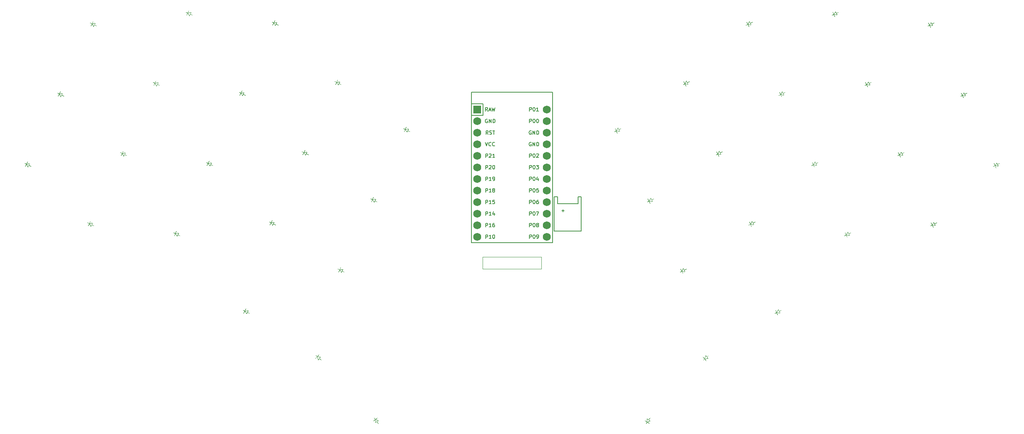
<source format=gbr>
%TF.GenerationSoftware,KiCad,Pcbnew,7.0.10*%
%TF.CreationDate,2024-01-18T08:47:23+01:00*%
%TF.ProjectId,turbo_go_2,74757262-6f5f-4676-9f5f-322e6b696361,v1.0.0*%
%TF.SameCoordinates,Original*%
%TF.FileFunction,Legend,Top*%
%TF.FilePolarity,Positive*%
%FSLAX46Y46*%
G04 Gerber Fmt 4.6, Leading zero omitted, Abs format (unit mm)*
G04 Created by KiCad (PCBNEW 7.0.10) date 2024-01-18 08:47:23*
%MOMM*%
%LPD*%
G01*
G04 APERTURE LIST*
%ADD10C,0.150000*%
%ADD11C,0.100000*%
%ADD12C,0.120000*%
%ADD13R,1.752600X1.752600*%
%ADD14C,1.752600*%
G04 APERTURE END LIST*
D10*
X163969230Y-114244052D02*
X163969230Y-113444052D01*
X163969230Y-113444052D02*
X164273992Y-113444052D01*
X164273992Y-113444052D02*
X164350182Y-113482147D01*
X164350182Y-113482147D02*
X164388277Y-113520242D01*
X164388277Y-113520242D02*
X164426373Y-113596433D01*
X164426373Y-113596433D02*
X164426373Y-113710718D01*
X164426373Y-113710718D02*
X164388277Y-113786909D01*
X164388277Y-113786909D02*
X164350182Y-113825004D01*
X164350182Y-113825004D02*
X164273992Y-113863099D01*
X164273992Y-113863099D02*
X163969230Y-113863099D01*
X164921611Y-113444052D02*
X164997801Y-113444052D01*
X164997801Y-113444052D02*
X165073992Y-113482147D01*
X165073992Y-113482147D02*
X165112087Y-113520242D01*
X165112087Y-113520242D02*
X165150182Y-113596433D01*
X165150182Y-113596433D02*
X165188277Y-113748814D01*
X165188277Y-113748814D02*
X165188277Y-113939290D01*
X165188277Y-113939290D02*
X165150182Y-114091671D01*
X165150182Y-114091671D02*
X165112087Y-114167861D01*
X165112087Y-114167861D02*
X165073992Y-114205957D01*
X165073992Y-114205957D02*
X164997801Y-114244052D01*
X164997801Y-114244052D02*
X164921611Y-114244052D01*
X164921611Y-114244052D02*
X164845420Y-114205957D01*
X164845420Y-114205957D02*
X164807325Y-114167861D01*
X164807325Y-114167861D02*
X164769230Y-114091671D01*
X164769230Y-114091671D02*
X164731134Y-113939290D01*
X164731134Y-113939290D02*
X164731134Y-113748814D01*
X164731134Y-113748814D02*
X164769230Y-113596433D01*
X164769230Y-113596433D02*
X164807325Y-113520242D01*
X164807325Y-113520242D02*
X164845420Y-113482147D01*
X164845420Y-113482147D02*
X164921611Y-113444052D01*
X165950182Y-114244052D02*
X165493039Y-114244052D01*
X165721611Y-114244052D02*
X165721611Y-113444052D01*
X165721611Y-113444052D02*
X165645420Y-113558337D01*
X165645420Y-113558337D02*
X165569230Y-113634528D01*
X165569230Y-113634528D02*
X165493039Y-113672623D01*
X154369230Y-142184052D02*
X154369230Y-141384052D01*
X154369230Y-141384052D02*
X154673992Y-141384052D01*
X154673992Y-141384052D02*
X154750182Y-141422147D01*
X154750182Y-141422147D02*
X154788277Y-141460242D01*
X154788277Y-141460242D02*
X154826373Y-141536433D01*
X154826373Y-141536433D02*
X154826373Y-141650718D01*
X154826373Y-141650718D02*
X154788277Y-141726909D01*
X154788277Y-141726909D02*
X154750182Y-141765004D01*
X154750182Y-141765004D02*
X154673992Y-141803099D01*
X154673992Y-141803099D02*
X154369230Y-141803099D01*
X155588277Y-142184052D02*
X155131134Y-142184052D01*
X155359706Y-142184052D02*
X155359706Y-141384052D01*
X155359706Y-141384052D02*
X155283515Y-141498337D01*
X155283515Y-141498337D02*
X155207325Y-141574528D01*
X155207325Y-141574528D02*
X155131134Y-141612623D01*
X156083516Y-141384052D02*
X156159706Y-141384052D01*
X156159706Y-141384052D02*
X156235897Y-141422147D01*
X156235897Y-141422147D02*
X156273992Y-141460242D01*
X156273992Y-141460242D02*
X156312087Y-141536433D01*
X156312087Y-141536433D02*
X156350182Y-141688814D01*
X156350182Y-141688814D02*
X156350182Y-141879290D01*
X156350182Y-141879290D02*
X156312087Y-142031671D01*
X156312087Y-142031671D02*
X156273992Y-142107861D01*
X156273992Y-142107861D02*
X156235897Y-142145957D01*
X156235897Y-142145957D02*
X156159706Y-142184052D01*
X156159706Y-142184052D02*
X156083516Y-142184052D01*
X156083516Y-142184052D02*
X156007325Y-142145957D01*
X156007325Y-142145957D02*
X155969230Y-142107861D01*
X155969230Y-142107861D02*
X155931135Y-142031671D01*
X155931135Y-142031671D02*
X155893039Y-141879290D01*
X155893039Y-141879290D02*
X155893039Y-141688814D01*
X155893039Y-141688814D02*
X155931135Y-141536433D01*
X155931135Y-141536433D02*
X155969230Y-141460242D01*
X155969230Y-141460242D02*
X156007325Y-141422147D01*
X156007325Y-141422147D02*
X156083516Y-141384052D01*
X154369230Y-139644052D02*
X154369230Y-138844052D01*
X154369230Y-138844052D02*
X154673992Y-138844052D01*
X154673992Y-138844052D02*
X154750182Y-138882147D01*
X154750182Y-138882147D02*
X154788277Y-138920242D01*
X154788277Y-138920242D02*
X154826373Y-138996433D01*
X154826373Y-138996433D02*
X154826373Y-139110718D01*
X154826373Y-139110718D02*
X154788277Y-139186909D01*
X154788277Y-139186909D02*
X154750182Y-139225004D01*
X154750182Y-139225004D02*
X154673992Y-139263099D01*
X154673992Y-139263099D02*
X154369230Y-139263099D01*
X155588277Y-139644052D02*
X155131134Y-139644052D01*
X155359706Y-139644052D02*
X155359706Y-138844052D01*
X155359706Y-138844052D02*
X155283515Y-138958337D01*
X155283515Y-138958337D02*
X155207325Y-139034528D01*
X155207325Y-139034528D02*
X155131134Y-139072623D01*
X156273992Y-138844052D02*
X156121611Y-138844052D01*
X156121611Y-138844052D02*
X156045420Y-138882147D01*
X156045420Y-138882147D02*
X156007325Y-138920242D01*
X156007325Y-138920242D02*
X155931135Y-139034528D01*
X155931135Y-139034528D02*
X155893039Y-139186909D01*
X155893039Y-139186909D02*
X155893039Y-139491671D01*
X155893039Y-139491671D02*
X155931135Y-139567861D01*
X155931135Y-139567861D02*
X155969230Y-139605957D01*
X155969230Y-139605957D02*
X156045420Y-139644052D01*
X156045420Y-139644052D02*
X156197801Y-139644052D01*
X156197801Y-139644052D02*
X156273992Y-139605957D01*
X156273992Y-139605957D02*
X156312087Y-139567861D01*
X156312087Y-139567861D02*
X156350182Y-139491671D01*
X156350182Y-139491671D02*
X156350182Y-139301195D01*
X156350182Y-139301195D02*
X156312087Y-139225004D01*
X156312087Y-139225004D02*
X156273992Y-139186909D01*
X156273992Y-139186909D02*
X156197801Y-139148814D01*
X156197801Y-139148814D02*
X156045420Y-139148814D01*
X156045420Y-139148814D02*
X155969230Y-139186909D01*
X155969230Y-139186909D02*
X155931135Y-139225004D01*
X155931135Y-139225004D02*
X155893039Y-139301195D01*
X154273992Y-121064052D02*
X154540659Y-121864052D01*
X154540659Y-121864052D02*
X154807325Y-121064052D01*
X155531135Y-121787861D02*
X155493039Y-121825957D01*
X155493039Y-121825957D02*
X155378754Y-121864052D01*
X155378754Y-121864052D02*
X155302563Y-121864052D01*
X155302563Y-121864052D02*
X155188277Y-121825957D01*
X155188277Y-121825957D02*
X155112087Y-121749766D01*
X155112087Y-121749766D02*
X155073992Y-121673576D01*
X155073992Y-121673576D02*
X155035896Y-121521195D01*
X155035896Y-121521195D02*
X155035896Y-121406909D01*
X155035896Y-121406909D02*
X155073992Y-121254528D01*
X155073992Y-121254528D02*
X155112087Y-121178337D01*
X155112087Y-121178337D02*
X155188277Y-121102147D01*
X155188277Y-121102147D02*
X155302563Y-121064052D01*
X155302563Y-121064052D02*
X155378754Y-121064052D01*
X155378754Y-121064052D02*
X155493039Y-121102147D01*
X155493039Y-121102147D02*
X155531135Y-121140242D01*
X156331135Y-121787861D02*
X156293039Y-121825957D01*
X156293039Y-121825957D02*
X156178754Y-121864052D01*
X156178754Y-121864052D02*
X156102563Y-121864052D01*
X156102563Y-121864052D02*
X155988277Y-121825957D01*
X155988277Y-121825957D02*
X155912087Y-121749766D01*
X155912087Y-121749766D02*
X155873992Y-121673576D01*
X155873992Y-121673576D02*
X155835896Y-121521195D01*
X155835896Y-121521195D02*
X155835896Y-121406909D01*
X155835896Y-121406909D02*
X155873992Y-121254528D01*
X155873992Y-121254528D02*
X155912087Y-121178337D01*
X155912087Y-121178337D02*
X155988277Y-121102147D01*
X155988277Y-121102147D02*
X156102563Y-121064052D01*
X156102563Y-121064052D02*
X156178754Y-121064052D01*
X156178754Y-121064052D02*
X156293039Y-121102147D01*
X156293039Y-121102147D02*
X156331135Y-121140242D01*
X154369230Y-129484052D02*
X154369230Y-128684052D01*
X154369230Y-128684052D02*
X154673992Y-128684052D01*
X154673992Y-128684052D02*
X154750182Y-128722147D01*
X154750182Y-128722147D02*
X154788277Y-128760242D01*
X154788277Y-128760242D02*
X154826373Y-128836433D01*
X154826373Y-128836433D02*
X154826373Y-128950718D01*
X154826373Y-128950718D02*
X154788277Y-129026909D01*
X154788277Y-129026909D02*
X154750182Y-129065004D01*
X154750182Y-129065004D02*
X154673992Y-129103099D01*
X154673992Y-129103099D02*
X154369230Y-129103099D01*
X155588277Y-129484052D02*
X155131134Y-129484052D01*
X155359706Y-129484052D02*
X155359706Y-128684052D01*
X155359706Y-128684052D02*
X155283515Y-128798337D01*
X155283515Y-128798337D02*
X155207325Y-128874528D01*
X155207325Y-128874528D02*
X155131134Y-128912623D01*
X155969230Y-129484052D02*
X156121611Y-129484052D01*
X156121611Y-129484052D02*
X156197801Y-129445957D01*
X156197801Y-129445957D02*
X156235897Y-129407861D01*
X156235897Y-129407861D02*
X156312087Y-129293576D01*
X156312087Y-129293576D02*
X156350182Y-129141195D01*
X156350182Y-129141195D02*
X156350182Y-128836433D01*
X156350182Y-128836433D02*
X156312087Y-128760242D01*
X156312087Y-128760242D02*
X156273992Y-128722147D01*
X156273992Y-128722147D02*
X156197801Y-128684052D01*
X156197801Y-128684052D02*
X156045420Y-128684052D01*
X156045420Y-128684052D02*
X155969230Y-128722147D01*
X155969230Y-128722147D02*
X155931135Y-128760242D01*
X155931135Y-128760242D02*
X155893039Y-128836433D01*
X155893039Y-128836433D02*
X155893039Y-129026909D01*
X155893039Y-129026909D02*
X155931135Y-129103099D01*
X155931135Y-129103099D02*
X155969230Y-129141195D01*
X155969230Y-129141195D02*
X156045420Y-129179290D01*
X156045420Y-129179290D02*
X156197801Y-129179290D01*
X156197801Y-129179290D02*
X156273992Y-129141195D01*
X156273992Y-129141195D02*
X156312087Y-129103099D01*
X156312087Y-129103099D02*
X156350182Y-129026909D01*
X163969230Y-142184052D02*
X163969230Y-141384052D01*
X163969230Y-141384052D02*
X164273992Y-141384052D01*
X164273992Y-141384052D02*
X164350182Y-141422147D01*
X164350182Y-141422147D02*
X164388277Y-141460242D01*
X164388277Y-141460242D02*
X164426373Y-141536433D01*
X164426373Y-141536433D02*
X164426373Y-141650718D01*
X164426373Y-141650718D02*
X164388277Y-141726909D01*
X164388277Y-141726909D02*
X164350182Y-141765004D01*
X164350182Y-141765004D02*
X164273992Y-141803099D01*
X164273992Y-141803099D02*
X163969230Y-141803099D01*
X164921611Y-141384052D02*
X164997801Y-141384052D01*
X164997801Y-141384052D02*
X165073992Y-141422147D01*
X165073992Y-141422147D02*
X165112087Y-141460242D01*
X165112087Y-141460242D02*
X165150182Y-141536433D01*
X165150182Y-141536433D02*
X165188277Y-141688814D01*
X165188277Y-141688814D02*
X165188277Y-141879290D01*
X165188277Y-141879290D02*
X165150182Y-142031671D01*
X165150182Y-142031671D02*
X165112087Y-142107861D01*
X165112087Y-142107861D02*
X165073992Y-142145957D01*
X165073992Y-142145957D02*
X164997801Y-142184052D01*
X164997801Y-142184052D02*
X164921611Y-142184052D01*
X164921611Y-142184052D02*
X164845420Y-142145957D01*
X164845420Y-142145957D02*
X164807325Y-142107861D01*
X164807325Y-142107861D02*
X164769230Y-142031671D01*
X164769230Y-142031671D02*
X164731134Y-141879290D01*
X164731134Y-141879290D02*
X164731134Y-141688814D01*
X164731134Y-141688814D02*
X164769230Y-141536433D01*
X164769230Y-141536433D02*
X164807325Y-141460242D01*
X164807325Y-141460242D02*
X164845420Y-141422147D01*
X164845420Y-141422147D02*
X164921611Y-141384052D01*
X165569230Y-142184052D02*
X165721611Y-142184052D01*
X165721611Y-142184052D02*
X165797801Y-142145957D01*
X165797801Y-142145957D02*
X165835897Y-142107861D01*
X165835897Y-142107861D02*
X165912087Y-141993576D01*
X165912087Y-141993576D02*
X165950182Y-141841195D01*
X165950182Y-141841195D02*
X165950182Y-141536433D01*
X165950182Y-141536433D02*
X165912087Y-141460242D01*
X165912087Y-141460242D02*
X165873992Y-141422147D01*
X165873992Y-141422147D02*
X165797801Y-141384052D01*
X165797801Y-141384052D02*
X165645420Y-141384052D01*
X165645420Y-141384052D02*
X165569230Y-141422147D01*
X165569230Y-141422147D02*
X165531135Y-141460242D01*
X165531135Y-141460242D02*
X165493039Y-141536433D01*
X165493039Y-141536433D02*
X165493039Y-141726909D01*
X165493039Y-141726909D02*
X165531135Y-141803099D01*
X165531135Y-141803099D02*
X165569230Y-141841195D01*
X165569230Y-141841195D02*
X165645420Y-141879290D01*
X165645420Y-141879290D02*
X165797801Y-141879290D01*
X165797801Y-141879290D02*
X165873992Y-141841195D01*
X165873992Y-141841195D02*
X165912087Y-141803099D01*
X165912087Y-141803099D02*
X165950182Y-141726909D01*
X163969230Y-134564052D02*
X163969230Y-133764052D01*
X163969230Y-133764052D02*
X164273992Y-133764052D01*
X164273992Y-133764052D02*
X164350182Y-133802147D01*
X164350182Y-133802147D02*
X164388277Y-133840242D01*
X164388277Y-133840242D02*
X164426373Y-133916433D01*
X164426373Y-133916433D02*
X164426373Y-134030718D01*
X164426373Y-134030718D02*
X164388277Y-134106909D01*
X164388277Y-134106909D02*
X164350182Y-134145004D01*
X164350182Y-134145004D02*
X164273992Y-134183099D01*
X164273992Y-134183099D02*
X163969230Y-134183099D01*
X164921611Y-133764052D02*
X164997801Y-133764052D01*
X164997801Y-133764052D02*
X165073992Y-133802147D01*
X165073992Y-133802147D02*
X165112087Y-133840242D01*
X165112087Y-133840242D02*
X165150182Y-133916433D01*
X165150182Y-133916433D02*
X165188277Y-134068814D01*
X165188277Y-134068814D02*
X165188277Y-134259290D01*
X165188277Y-134259290D02*
X165150182Y-134411671D01*
X165150182Y-134411671D02*
X165112087Y-134487861D01*
X165112087Y-134487861D02*
X165073992Y-134525957D01*
X165073992Y-134525957D02*
X164997801Y-134564052D01*
X164997801Y-134564052D02*
X164921611Y-134564052D01*
X164921611Y-134564052D02*
X164845420Y-134525957D01*
X164845420Y-134525957D02*
X164807325Y-134487861D01*
X164807325Y-134487861D02*
X164769230Y-134411671D01*
X164769230Y-134411671D02*
X164731134Y-134259290D01*
X164731134Y-134259290D02*
X164731134Y-134068814D01*
X164731134Y-134068814D02*
X164769230Y-133916433D01*
X164769230Y-133916433D02*
X164807325Y-133840242D01*
X164807325Y-133840242D02*
X164845420Y-133802147D01*
X164845420Y-133802147D02*
X164921611Y-133764052D01*
X165873992Y-133764052D02*
X165721611Y-133764052D01*
X165721611Y-133764052D02*
X165645420Y-133802147D01*
X165645420Y-133802147D02*
X165607325Y-133840242D01*
X165607325Y-133840242D02*
X165531135Y-133954528D01*
X165531135Y-133954528D02*
X165493039Y-134106909D01*
X165493039Y-134106909D02*
X165493039Y-134411671D01*
X165493039Y-134411671D02*
X165531135Y-134487861D01*
X165531135Y-134487861D02*
X165569230Y-134525957D01*
X165569230Y-134525957D02*
X165645420Y-134564052D01*
X165645420Y-134564052D02*
X165797801Y-134564052D01*
X165797801Y-134564052D02*
X165873992Y-134525957D01*
X165873992Y-134525957D02*
X165912087Y-134487861D01*
X165912087Y-134487861D02*
X165950182Y-134411671D01*
X165950182Y-134411671D02*
X165950182Y-134221195D01*
X165950182Y-134221195D02*
X165912087Y-134145004D01*
X165912087Y-134145004D02*
X165873992Y-134106909D01*
X165873992Y-134106909D02*
X165797801Y-134068814D01*
X165797801Y-134068814D02*
X165645420Y-134068814D01*
X165645420Y-134068814D02*
X165569230Y-134106909D01*
X165569230Y-134106909D02*
X165531135Y-134145004D01*
X165531135Y-134145004D02*
X165493039Y-134221195D01*
X154902564Y-119324052D02*
X154635897Y-118943099D01*
X154445421Y-119324052D02*
X154445421Y-118524052D01*
X154445421Y-118524052D02*
X154750183Y-118524052D01*
X154750183Y-118524052D02*
X154826373Y-118562147D01*
X154826373Y-118562147D02*
X154864468Y-118600242D01*
X154864468Y-118600242D02*
X154902564Y-118676433D01*
X154902564Y-118676433D02*
X154902564Y-118790718D01*
X154902564Y-118790718D02*
X154864468Y-118866909D01*
X154864468Y-118866909D02*
X154826373Y-118905004D01*
X154826373Y-118905004D02*
X154750183Y-118943099D01*
X154750183Y-118943099D02*
X154445421Y-118943099D01*
X155207325Y-119285957D02*
X155321611Y-119324052D01*
X155321611Y-119324052D02*
X155512087Y-119324052D01*
X155512087Y-119324052D02*
X155588278Y-119285957D01*
X155588278Y-119285957D02*
X155626373Y-119247861D01*
X155626373Y-119247861D02*
X155664468Y-119171671D01*
X155664468Y-119171671D02*
X155664468Y-119095480D01*
X155664468Y-119095480D02*
X155626373Y-119019290D01*
X155626373Y-119019290D02*
X155588278Y-118981195D01*
X155588278Y-118981195D02*
X155512087Y-118943099D01*
X155512087Y-118943099D02*
X155359706Y-118905004D01*
X155359706Y-118905004D02*
X155283516Y-118866909D01*
X155283516Y-118866909D02*
X155245421Y-118828814D01*
X155245421Y-118828814D02*
X155207325Y-118752623D01*
X155207325Y-118752623D02*
X155207325Y-118676433D01*
X155207325Y-118676433D02*
X155245421Y-118600242D01*
X155245421Y-118600242D02*
X155283516Y-118562147D01*
X155283516Y-118562147D02*
X155359706Y-118524052D01*
X155359706Y-118524052D02*
X155550183Y-118524052D01*
X155550183Y-118524052D02*
X155664468Y-118562147D01*
X155893040Y-118524052D02*
X156350183Y-118524052D01*
X156121611Y-119324052D02*
X156121611Y-118524052D01*
X163969230Y-126944052D02*
X163969230Y-126144052D01*
X163969230Y-126144052D02*
X164273992Y-126144052D01*
X164273992Y-126144052D02*
X164350182Y-126182147D01*
X164350182Y-126182147D02*
X164388277Y-126220242D01*
X164388277Y-126220242D02*
X164426373Y-126296433D01*
X164426373Y-126296433D02*
X164426373Y-126410718D01*
X164426373Y-126410718D02*
X164388277Y-126486909D01*
X164388277Y-126486909D02*
X164350182Y-126525004D01*
X164350182Y-126525004D02*
X164273992Y-126563099D01*
X164273992Y-126563099D02*
X163969230Y-126563099D01*
X164921611Y-126144052D02*
X164997801Y-126144052D01*
X164997801Y-126144052D02*
X165073992Y-126182147D01*
X165073992Y-126182147D02*
X165112087Y-126220242D01*
X165112087Y-126220242D02*
X165150182Y-126296433D01*
X165150182Y-126296433D02*
X165188277Y-126448814D01*
X165188277Y-126448814D02*
X165188277Y-126639290D01*
X165188277Y-126639290D02*
X165150182Y-126791671D01*
X165150182Y-126791671D02*
X165112087Y-126867861D01*
X165112087Y-126867861D02*
X165073992Y-126905957D01*
X165073992Y-126905957D02*
X164997801Y-126944052D01*
X164997801Y-126944052D02*
X164921611Y-126944052D01*
X164921611Y-126944052D02*
X164845420Y-126905957D01*
X164845420Y-126905957D02*
X164807325Y-126867861D01*
X164807325Y-126867861D02*
X164769230Y-126791671D01*
X164769230Y-126791671D02*
X164731134Y-126639290D01*
X164731134Y-126639290D02*
X164731134Y-126448814D01*
X164731134Y-126448814D02*
X164769230Y-126296433D01*
X164769230Y-126296433D02*
X164807325Y-126220242D01*
X164807325Y-126220242D02*
X164845420Y-126182147D01*
X164845420Y-126182147D02*
X164921611Y-126144052D01*
X165454944Y-126144052D02*
X165950182Y-126144052D01*
X165950182Y-126144052D02*
X165683516Y-126448814D01*
X165683516Y-126448814D02*
X165797801Y-126448814D01*
X165797801Y-126448814D02*
X165873992Y-126486909D01*
X165873992Y-126486909D02*
X165912087Y-126525004D01*
X165912087Y-126525004D02*
X165950182Y-126601195D01*
X165950182Y-126601195D02*
X165950182Y-126791671D01*
X165950182Y-126791671D02*
X165912087Y-126867861D01*
X165912087Y-126867861D02*
X165873992Y-126905957D01*
X165873992Y-126905957D02*
X165797801Y-126944052D01*
X165797801Y-126944052D02*
X165569230Y-126944052D01*
X165569230Y-126944052D02*
X165493039Y-126905957D01*
X165493039Y-126905957D02*
X165454944Y-126867861D01*
X164331135Y-118562147D02*
X164254945Y-118524052D01*
X164254945Y-118524052D02*
X164140659Y-118524052D01*
X164140659Y-118524052D02*
X164026373Y-118562147D01*
X164026373Y-118562147D02*
X163950183Y-118638337D01*
X163950183Y-118638337D02*
X163912088Y-118714528D01*
X163912088Y-118714528D02*
X163873992Y-118866909D01*
X163873992Y-118866909D02*
X163873992Y-118981195D01*
X163873992Y-118981195D02*
X163912088Y-119133576D01*
X163912088Y-119133576D02*
X163950183Y-119209766D01*
X163950183Y-119209766D02*
X164026373Y-119285957D01*
X164026373Y-119285957D02*
X164140659Y-119324052D01*
X164140659Y-119324052D02*
X164216850Y-119324052D01*
X164216850Y-119324052D02*
X164331135Y-119285957D01*
X164331135Y-119285957D02*
X164369231Y-119247861D01*
X164369231Y-119247861D02*
X164369231Y-118981195D01*
X164369231Y-118981195D02*
X164216850Y-118981195D01*
X164712088Y-119324052D02*
X164712088Y-118524052D01*
X164712088Y-118524052D02*
X165169231Y-119324052D01*
X165169231Y-119324052D02*
X165169231Y-118524052D01*
X165550183Y-119324052D02*
X165550183Y-118524052D01*
X165550183Y-118524052D02*
X165740659Y-118524052D01*
X165740659Y-118524052D02*
X165854945Y-118562147D01*
X165854945Y-118562147D02*
X165931135Y-118638337D01*
X165931135Y-118638337D02*
X165969230Y-118714528D01*
X165969230Y-118714528D02*
X166007326Y-118866909D01*
X166007326Y-118866909D02*
X166007326Y-118981195D01*
X166007326Y-118981195D02*
X165969230Y-119133576D01*
X165969230Y-119133576D02*
X165931135Y-119209766D01*
X165931135Y-119209766D02*
X165854945Y-119285957D01*
X165854945Y-119285957D02*
X165740659Y-119324052D01*
X165740659Y-119324052D02*
X165550183Y-119324052D01*
X154369230Y-137104052D02*
X154369230Y-136304052D01*
X154369230Y-136304052D02*
X154673992Y-136304052D01*
X154673992Y-136304052D02*
X154750182Y-136342147D01*
X154750182Y-136342147D02*
X154788277Y-136380242D01*
X154788277Y-136380242D02*
X154826373Y-136456433D01*
X154826373Y-136456433D02*
X154826373Y-136570718D01*
X154826373Y-136570718D02*
X154788277Y-136646909D01*
X154788277Y-136646909D02*
X154750182Y-136685004D01*
X154750182Y-136685004D02*
X154673992Y-136723099D01*
X154673992Y-136723099D02*
X154369230Y-136723099D01*
X155588277Y-137104052D02*
X155131134Y-137104052D01*
X155359706Y-137104052D02*
X155359706Y-136304052D01*
X155359706Y-136304052D02*
X155283515Y-136418337D01*
X155283515Y-136418337D02*
X155207325Y-136494528D01*
X155207325Y-136494528D02*
X155131134Y-136532623D01*
X156273992Y-136570718D02*
X156273992Y-137104052D01*
X156083516Y-136265957D02*
X155893039Y-136837385D01*
X155893039Y-136837385D02*
X156388278Y-136837385D01*
X154788278Y-114244052D02*
X154521611Y-113863099D01*
X154331135Y-114244052D02*
X154331135Y-113444052D01*
X154331135Y-113444052D02*
X154635897Y-113444052D01*
X154635897Y-113444052D02*
X154712087Y-113482147D01*
X154712087Y-113482147D02*
X154750182Y-113520242D01*
X154750182Y-113520242D02*
X154788278Y-113596433D01*
X154788278Y-113596433D02*
X154788278Y-113710718D01*
X154788278Y-113710718D02*
X154750182Y-113786909D01*
X154750182Y-113786909D02*
X154712087Y-113825004D01*
X154712087Y-113825004D02*
X154635897Y-113863099D01*
X154635897Y-113863099D02*
X154331135Y-113863099D01*
X155093039Y-114015480D02*
X155473992Y-114015480D01*
X155016849Y-114244052D02*
X155283516Y-113444052D01*
X155283516Y-113444052D02*
X155550182Y-114244052D01*
X155740658Y-113444052D02*
X155931134Y-114244052D01*
X155931134Y-114244052D02*
X156083515Y-113672623D01*
X156083515Y-113672623D02*
X156235896Y-114244052D01*
X156235896Y-114244052D02*
X156426373Y-113444052D01*
X163969230Y-139644052D02*
X163969230Y-138844052D01*
X163969230Y-138844052D02*
X164273992Y-138844052D01*
X164273992Y-138844052D02*
X164350182Y-138882147D01*
X164350182Y-138882147D02*
X164388277Y-138920242D01*
X164388277Y-138920242D02*
X164426373Y-138996433D01*
X164426373Y-138996433D02*
X164426373Y-139110718D01*
X164426373Y-139110718D02*
X164388277Y-139186909D01*
X164388277Y-139186909D02*
X164350182Y-139225004D01*
X164350182Y-139225004D02*
X164273992Y-139263099D01*
X164273992Y-139263099D02*
X163969230Y-139263099D01*
X164921611Y-138844052D02*
X164997801Y-138844052D01*
X164997801Y-138844052D02*
X165073992Y-138882147D01*
X165073992Y-138882147D02*
X165112087Y-138920242D01*
X165112087Y-138920242D02*
X165150182Y-138996433D01*
X165150182Y-138996433D02*
X165188277Y-139148814D01*
X165188277Y-139148814D02*
X165188277Y-139339290D01*
X165188277Y-139339290D02*
X165150182Y-139491671D01*
X165150182Y-139491671D02*
X165112087Y-139567861D01*
X165112087Y-139567861D02*
X165073992Y-139605957D01*
X165073992Y-139605957D02*
X164997801Y-139644052D01*
X164997801Y-139644052D02*
X164921611Y-139644052D01*
X164921611Y-139644052D02*
X164845420Y-139605957D01*
X164845420Y-139605957D02*
X164807325Y-139567861D01*
X164807325Y-139567861D02*
X164769230Y-139491671D01*
X164769230Y-139491671D02*
X164731134Y-139339290D01*
X164731134Y-139339290D02*
X164731134Y-139148814D01*
X164731134Y-139148814D02*
X164769230Y-138996433D01*
X164769230Y-138996433D02*
X164807325Y-138920242D01*
X164807325Y-138920242D02*
X164845420Y-138882147D01*
X164845420Y-138882147D02*
X164921611Y-138844052D01*
X165645420Y-139186909D02*
X165569230Y-139148814D01*
X165569230Y-139148814D02*
X165531135Y-139110718D01*
X165531135Y-139110718D02*
X165493039Y-139034528D01*
X165493039Y-139034528D02*
X165493039Y-138996433D01*
X165493039Y-138996433D02*
X165531135Y-138920242D01*
X165531135Y-138920242D02*
X165569230Y-138882147D01*
X165569230Y-138882147D02*
X165645420Y-138844052D01*
X165645420Y-138844052D02*
X165797801Y-138844052D01*
X165797801Y-138844052D02*
X165873992Y-138882147D01*
X165873992Y-138882147D02*
X165912087Y-138920242D01*
X165912087Y-138920242D02*
X165950182Y-138996433D01*
X165950182Y-138996433D02*
X165950182Y-139034528D01*
X165950182Y-139034528D02*
X165912087Y-139110718D01*
X165912087Y-139110718D02*
X165873992Y-139148814D01*
X165873992Y-139148814D02*
X165797801Y-139186909D01*
X165797801Y-139186909D02*
X165645420Y-139186909D01*
X165645420Y-139186909D02*
X165569230Y-139225004D01*
X165569230Y-139225004D02*
X165531135Y-139263099D01*
X165531135Y-139263099D02*
X165493039Y-139339290D01*
X165493039Y-139339290D02*
X165493039Y-139491671D01*
X165493039Y-139491671D02*
X165531135Y-139567861D01*
X165531135Y-139567861D02*
X165569230Y-139605957D01*
X165569230Y-139605957D02*
X165645420Y-139644052D01*
X165645420Y-139644052D02*
X165797801Y-139644052D01*
X165797801Y-139644052D02*
X165873992Y-139605957D01*
X165873992Y-139605957D02*
X165912087Y-139567861D01*
X165912087Y-139567861D02*
X165950182Y-139491671D01*
X165950182Y-139491671D02*
X165950182Y-139339290D01*
X165950182Y-139339290D02*
X165912087Y-139263099D01*
X165912087Y-139263099D02*
X165873992Y-139225004D01*
X165873992Y-139225004D02*
X165797801Y-139186909D01*
X163969230Y-124404052D02*
X163969230Y-123604052D01*
X163969230Y-123604052D02*
X164273992Y-123604052D01*
X164273992Y-123604052D02*
X164350182Y-123642147D01*
X164350182Y-123642147D02*
X164388277Y-123680242D01*
X164388277Y-123680242D02*
X164426373Y-123756433D01*
X164426373Y-123756433D02*
X164426373Y-123870718D01*
X164426373Y-123870718D02*
X164388277Y-123946909D01*
X164388277Y-123946909D02*
X164350182Y-123985004D01*
X164350182Y-123985004D02*
X164273992Y-124023099D01*
X164273992Y-124023099D02*
X163969230Y-124023099D01*
X164921611Y-123604052D02*
X164997801Y-123604052D01*
X164997801Y-123604052D02*
X165073992Y-123642147D01*
X165073992Y-123642147D02*
X165112087Y-123680242D01*
X165112087Y-123680242D02*
X165150182Y-123756433D01*
X165150182Y-123756433D02*
X165188277Y-123908814D01*
X165188277Y-123908814D02*
X165188277Y-124099290D01*
X165188277Y-124099290D02*
X165150182Y-124251671D01*
X165150182Y-124251671D02*
X165112087Y-124327861D01*
X165112087Y-124327861D02*
X165073992Y-124365957D01*
X165073992Y-124365957D02*
X164997801Y-124404052D01*
X164997801Y-124404052D02*
X164921611Y-124404052D01*
X164921611Y-124404052D02*
X164845420Y-124365957D01*
X164845420Y-124365957D02*
X164807325Y-124327861D01*
X164807325Y-124327861D02*
X164769230Y-124251671D01*
X164769230Y-124251671D02*
X164731134Y-124099290D01*
X164731134Y-124099290D02*
X164731134Y-123908814D01*
X164731134Y-123908814D02*
X164769230Y-123756433D01*
X164769230Y-123756433D02*
X164807325Y-123680242D01*
X164807325Y-123680242D02*
X164845420Y-123642147D01*
X164845420Y-123642147D02*
X164921611Y-123604052D01*
X165493039Y-123680242D02*
X165531135Y-123642147D01*
X165531135Y-123642147D02*
X165607325Y-123604052D01*
X165607325Y-123604052D02*
X165797801Y-123604052D01*
X165797801Y-123604052D02*
X165873992Y-123642147D01*
X165873992Y-123642147D02*
X165912087Y-123680242D01*
X165912087Y-123680242D02*
X165950182Y-123756433D01*
X165950182Y-123756433D02*
X165950182Y-123832623D01*
X165950182Y-123832623D02*
X165912087Y-123946909D01*
X165912087Y-123946909D02*
X165454944Y-124404052D01*
X165454944Y-124404052D02*
X165950182Y-124404052D01*
X154369230Y-126944052D02*
X154369230Y-126144052D01*
X154369230Y-126144052D02*
X154673992Y-126144052D01*
X154673992Y-126144052D02*
X154750182Y-126182147D01*
X154750182Y-126182147D02*
X154788277Y-126220242D01*
X154788277Y-126220242D02*
X154826373Y-126296433D01*
X154826373Y-126296433D02*
X154826373Y-126410718D01*
X154826373Y-126410718D02*
X154788277Y-126486909D01*
X154788277Y-126486909D02*
X154750182Y-126525004D01*
X154750182Y-126525004D02*
X154673992Y-126563099D01*
X154673992Y-126563099D02*
X154369230Y-126563099D01*
X155131134Y-126220242D02*
X155169230Y-126182147D01*
X155169230Y-126182147D02*
X155245420Y-126144052D01*
X155245420Y-126144052D02*
X155435896Y-126144052D01*
X155435896Y-126144052D02*
X155512087Y-126182147D01*
X155512087Y-126182147D02*
X155550182Y-126220242D01*
X155550182Y-126220242D02*
X155588277Y-126296433D01*
X155588277Y-126296433D02*
X155588277Y-126372623D01*
X155588277Y-126372623D02*
X155550182Y-126486909D01*
X155550182Y-126486909D02*
X155093039Y-126944052D01*
X155093039Y-126944052D02*
X155588277Y-126944052D01*
X156083516Y-126144052D02*
X156159706Y-126144052D01*
X156159706Y-126144052D02*
X156235897Y-126182147D01*
X156235897Y-126182147D02*
X156273992Y-126220242D01*
X156273992Y-126220242D02*
X156312087Y-126296433D01*
X156312087Y-126296433D02*
X156350182Y-126448814D01*
X156350182Y-126448814D02*
X156350182Y-126639290D01*
X156350182Y-126639290D02*
X156312087Y-126791671D01*
X156312087Y-126791671D02*
X156273992Y-126867861D01*
X156273992Y-126867861D02*
X156235897Y-126905957D01*
X156235897Y-126905957D02*
X156159706Y-126944052D01*
X156159706Y-126944052D02*
X156083516Y-126944052D01*
X156083516Y-126944052D02*
X156007325Y-126905957D01*
X156007325Y-126905957D02*
X155969230Y-126867861D01*
X155969230Y-126867861D02*
X155931135Y-126791671D01*
X155931135Y-126791671D02*
X155893039Y-126639290D01*
X155893039Y-126639290D02*
X155893039Y-126448814D01*
X155893039Y-126448814D02*
X155931135Y-126296433D01*
X155931135Y-126296433D02*
X155969230Y-126220242D01*
X155969230Y-126220242D02*
X156007325Y-126182147D01*
X156007325Y-126182147D02*
X156083516Y-126144052D01*
X154369230Y-124404052D02*
X154369230Y-123604052D01*
X154369230Y-123604052D02*
X154673992Y-123604052D01*
X154673992Y-123604052D02*
X154750182Y-123642147D01*
X154750182Y-123642147D02*
X154788277Y-123680242D01*
X154788277Y-123680242D02*
X154826373Y-123756433D01*
X154826373Y-123756433D02*
X154826373Y-123870718D01*
X154826373Y-123870718D02*
X154788277Y-123946909D01*
X154788277Y-123946909D02*
X154750182Y-123985004D01*
X154750182Y-123985004D02*
X154673992Y-124023099D01*
X154673992Y-124023099D02*
X154369230Y-124023099D01*
X155131134Y-123680242D02*
X155169230Y-123642147D01*
X155169230Y-123642147D02*
X155245420Y-123604052D01*
X155245420Y-123604052D02*
X155435896Y-123604052D01*
X155435896Y-123604052D02*
X155512087Y-123642147D01*
X155512087Y-123642147D02*
X155550182Y-123680242D01*
X155550182Y-123680242D02*
X155588277Y-123756433D01*
X155588277Y-123756433D02*
X155588277Y-123832623D01*
X155588277Y-123832623D02*
X155550182Y-123946909D01*
X155550182Y-123946909D02*
X155093039Y-124404052D01*
X155093039Y-124404052D02*
X155588277Y-124404052D01*
X156350182Y-124404052D02*
X155893039Y-124404052D01*
X156121611Y-124404052D02*
X156121611Y-123604052D01*
X156121611Y-123604052D02*
X156045420Y-123718337D01*
X156045420Y-123718337D02*
X155969230Y-123794528D01*
X155969230Y-123794528D02*
X155893039Y-123832623D01*
X163969230Y-116784052D02*
X163969230Y-115984052D01*
X163969230Y-115984052D02*
X164273992Y-115984052D01*
X164273992Y-115984052D02*
X164350182Y-116022147D01*
X164350182Y-116022147D02*
X164388277Y-116060242D01*
X164388277Y-116060242D02*
X164426373Y-116136433D01*
X164426373Y-116136433D02*
X164426373Y-116250718D01*
X164426373Y-116250718D02*
X164388277Y-116326909D01*
X164388277Y-116326909D02*
X164350182Y-116365004D01*
X164350182Y-116365004D02*
X164273992Y-116403099D01*
X164273992Y-116403099D02*
X163969230Y-116403099D01*
X164921611Y-115984052D02*
X164997801Y-115984052D01*
X164997801Y-115984052D02*
X165073992Y-116022147D01*
X165073992Y-116022147D02*
X165112087Y-116060242D01*
X165112087Y-116060242D02*
X165150182Y-116136433D01*
X165150182Y-116136433D02*
X165188277Y-116288814D01*
X165188277Y-116288814D02*
X165188277Y-116479290D01*
X165188277Y-116479290D02*
X165150182Y-116631671D01*
X165150182Y-116631671D02*
X165112087Y-116707861D01*
X165112087Y-116707861D02*
X165073992Y-116745957D01*
X165073992Y-116745957D02*
X164997801Y-116784052D01*
X164997801Y-116784052D02*
X164921611Y-116784052D01*
X164921611Y-116784052D02*
X164845420Y-116745957D01*
X164845420Y-116745957D02*
X164807325Y-116707861D01*
X164807325Y-116707861D02*
X164769230Y-116631671D01*
X164769230Y-116631671D02*
X164731134Y-116479290D01*
X164731134Y-116479290D02*
X164731134Y-116288814D01*
X164731134Y-116288814D02*
X164769230Y-116136433D01*
X164769230Y-116136433D02*
X164807325Y-116060242D01*
X164807325Y-116060242D02*
X164845420Y-116022147D01*
X164845420Y-116022147D02*
X164921611Y-115984052D01*
X165683516Y-115984052D02*
X165759706Y-115984052D01*
X165759706Y-115984052D02*
X165835897Y-116022147D01*
X165835897Y-116022147D02*
X165873992Y-116060242D01*
X165873992Y-116060242D02*
X165912087Y-116136433D01*
X165912087Y-116136433D02*
X165950182Y-116288814D01*
X165950182Y-116288814D02*
X165950182Y-116479290D01*
X165950182Y-116479290D02*
X165912087Y-116631671D01*
X165912087Y-116631671D02*
X165873992Y-116707861D01*
X165873992Y-116707861D02*
X165835897Y-116745957D01*
X165835897Y-116745957D02*
X165759706Y-116784052D01*
X165759706Y-116784052D02*
X165683516Y-116784052D01*
X165683516Y-116784052D02*
X165607325Y-116745957D01*
X165607325Y-116745957D02*
X165569230Y-116707861D01*
X165569230Y-116707861D02*
X165531135Y-116631671D01*
X165531135Y-116631671D02*
X165493039Y-116479290D01*
X165493039Y-116479290D02*
X165493039Y-116288814D01*
X165493039Y-116288814D02*
X165531135Y-116136433D01*
X165531135Y-116136433D02*
X165569230Y-116060242D01*
X165569230Y-116060242D02*
X165607325Y-116022147D01*
X165607325Y-116022147D02*
X165683516Y-115984052D01*
X163969230Y-129484052D02*
X163969230Y-128684052D01*
X163969230Y-128684052D02*
X164273992Y-128684052D01*
X164273992Y-128684052D02*
X164350182Y-128722147D01*
X164350182Y-128722147D02*
X164388277Y-128760242D01*
X164388277Y-128760242D02*
X164426373Y-128836433D01*
X164426373Y-128836433D02*
X164426373Y-128950718D01*
X164426373Y-128950718D02*
X164388277Y-129026909D01*
X164388277Y-129026909D02*
X164350182Y-129065004D01*
X164350182Y-129065004D02*
X164273992Y-129103099D01*
X164273992Y-129103099D02*
X163969230Y-129103099D01*
X164921611Y-128684052D02*
X164997801Y-128684052D01*
X164997801Y-128684052D02*
X165073992Y-128722147D01*
X165073992Y-128722147D02*
X165112087Y-128760242D01*
X165112087Y-128760242D02*
X165150182Y-128836433D01*
X165150182Y-128836433D02*
X165188277Y-128988814D01*
X165188277Y-128988814D02*
X165188277Y-129179290D01*
X165188277Y-129179290D02*
X165150182Y-129331671D01*
X165150182Y-129331671D02*
X165112087Y-129407861D01*
X165112087Y-129407861D02*
X165073992Y-129445957D01*
X165073992Y-129445957D02*
X164997801Y-129484052D01*
X164997801Y-129484052D02*
X164921611Y-129484052D01*
X164921611Y-129484052D02*
X164845420Y-129445957D01*
X164845420Y-129445957D02*
X164807325Y-129407861D01*
X164807325Y-129407861D02*
X164769230Y-129331671D01*
X164769230Y-129331671D02*
X164731134Y-129179290D01*
X164731134Y-129179290D02*
X164731134Y-128988814D01*
X164731134Y-128988814D02*
X164769230Y-128836433D01*
X164769230Y-128836433D02*
X164807325Y-128760242D01*
X164807325Y-128760242D02*
X164845420Y-128722147D01*
X164845420Y-128722147D02*
X164921611Y-128684052D01*
X165873992Y-128950718D02*
X165873992Y-129484052D01*
X165683516Y-128645957D02*
X165493039Y-129217385D01*
X165493039Y-129217385D02*
X165988278Y-129217385D01*
X154731135Y-116022147D02*
X154654945Y-115984052D01*
X154654945Y-115984052D02*
X154540659Y-115984052D01*
X154540659Y-115984052D02*
X154426373Y-116022147D01*
X154426373Y-116022147D02*
X154350183Y-116098337D01*
X154350183Y-116098337D02*
X154312088Y-116174528D01*
X154312088Y-116174528D02*
X154273992Y-116326909D01*
X154273992Y-116326909D02*
X154273992Y-116441195D01*
X154273992Y-116441195D02*
X154312088Y-116593576D01*
X154312088Y-116593576D02*
X154350183Y-116669766D01*
X154350183Y-116669766D02*
X154426373Y-116745957D01*
X154426373Y-116745957D02*
X154540659Y-116784052D01*
X154540659Y-116784052D02*
X154616850Y-116784052D01*
X154616850Y-116784052D02*
X154731135Y-116745957D01*
X154731135Y-116745957D02*
X154769231Y-116707861D01*
X154769231Y-116707861D02*
X154769231Y-116441195D01*
X154769231Y-116441195D02*
X154616850Y-116441195D01*
X155112088Y-116784052D02*
X155112088Y-115984052D01*
X155112088Y-115984052D02*
X155569231Y-116784052D01*
X155569231Y-116784052D02*
X155569231Y-115984052D01*
X155950183Y-116784052D02*
X155950183Y-115984052D01*
X155950183Y-115984052D02*
X156140659Y-115984052D01*
X156140659Y-115984052D02*
X156254945Y-116022147D01*
X156254945Y-116022147D02*
X156331135Y-116098337D01*
X156331135Y-116098337D02*
X156369230Y-116174528D01*
X156369230Y-116174528D02*
X156407326Y-116326909D01*
X156407326Y-116326909D02*
X156407326Y-116441195D01*
X156407326Y-116441195D02*
X156369230Y-116593576D01*
X156369230Y-116593576D02*
X156331135Y-116669766D01*
X156331135Y-116669766D02*
X156254945Y-116745957D01*
X156254945Y-116745957D02*
X156140659Y-116784052D01*
X156140659Y-116784052D02*
X155950183Y-116784052D01*
X163969230Y-137104052D02*
X163969230Y-136304052D01*
X163969230Y-136304052D02*
X164273992Y-136304052D01*
X164273992Y-136304052D02*
X164350182Y-136342147D01*
X164350182Y-136342147D02*
X164388277Y-136380242D01*
X164388277Y-136380242D02*
X164426373Y-136456433D01*
X164426373Y-136456433D02*
X164426373Y-136570718D01*
X164426373Y-136570718D02*
X164388277Y-136646909D01*
X164388277Y-136646909D02*
X164350182Y-136685004D01*
X164350182Y-136685004D02*
X164273992Y-136723099D01*
X164273992Y-136723099D02*
X163969230Y-136723099D01*
X164921611Y-136304052D02*
X164997801Y-136304052D01*
X164997801Y-136304052D02*
X165073992Y-136342147D01*
X165073992Y-136342147D02*
X165112087Y-136380242D01*
X165112087Y-136380242D02*
X165150182Y-136456433D01*
X165150182Y-136456433D02*
X165188277Y-136608814D01*
X165188277Y-136608814D02*
X165188277Y-136799290D01*
X165188277Y-136799290D02*
X165150182Y-136951671D01*
X165150182Y-136951671D02*
X165112087Y-137027861D01*
X165112087Y-137027861D02*
X165073992Y-137065957D01*
X165073992Y-137065957D02*
X164997801Y-137104052D01*
X164997801Y-137104052D02*
X164921611Y-137104052D01*
X164921611Y-137104052D02*
X164845420Y-137065957D01*
X164845420Y-137065957D02*
X164807325Y-137027861D01*
X164807325Y-137027861D02*
X164769230Y-136951671D01*
X164769230Y-136951671D02*
X164731134Y-136799290D01*
X164731134Y-136799290D02*
X164731134Y-136608814D01*
X164731134Y-136608814D02*
X164769230Y-136456433D01*
X164769230Y-136456433D02*
X164807325Y-136380242D01*
X164807325Y-136380242D02*
X164845420Y-136342147D01*
X164845420Y-136342147D02*
X164921611Y-136304052D01*
X165454944Y-136304052D02*
X165988278Y-136304052D01*
X165988278Y-136304052D02*
X165645420Y-137104052D01*
X154369230Y-132024052D02*
X154369230Y-131224052D01*
X154369230Y-131224052D02*
X154673992Y-131224052D01*
X154673992Y-131224052D02*
X154750182Y-131262147D01*
X154750182Y-131262147D02*
X154788277Y-131300242D01*
X154788277Y-131300242D02*
X154826373Y-131376433D01*
X154826373Y-131376433D02*
X154826373Y-131490718D01*
X154826373Y-131490718D02*
X154788277Y-131566909D01*
X154788277Y-131566909D02*
X154750182Y-131605004D01*
X154750182Y-131605004D02*
X154673992Y-131643099D01*
X154673992Y-131643099D02*
X154369230Y-131643099D01*
X155588277Y-132024052D02*
X155131134Y-132024052D01*
X155359706Y-132024052D02*
X155359706Y-131224052D01*
X155359706Y-131224052D02*
X155283515Y-131338337D01*
X155283515Y-131338337D02*
X155207325Y-131414528D01*
X155207325Y-131414528D02*
X155131134Y-131452623D01*
X156045420Y-131566909D02*
X155969230Y-131528814D01*
X155969230Y-131528814D02*
X155931135Y-131490718D01*
X155931135Y-131490718D02*
X155893039Y-131414528D01*
X155893039Y-131414528D02*
X155893039Y-131376433D01*
X155893039Y-131376433D02*
X155931135Y-131300242D01*
X155931135Y-131300242D02*
X155969230Y-131262147D01*
X155969230Y-131262147D02*
X156045420Y-131224052D01*
X156045420Y-131224052D02*
X156197801Y-131224052D01*
X156197801Y-131224052D02*
X156273992Y-131262147D01*
X156273992Y-131262147D02*
X156312087Y-131300242D01*
X156312087Y-131300242D02*
X156350182Y-131376433D01*
X156350182Y-131376433D02*
X156350182Y-131414528D01*
X156350182Y-131414528D02*
X156312087Y-131490718D01*
X156312087Y-131490718D02*
X156273992Y-131528814D01*
X156273992Y-131528814D02*
X156197801Y-131566909D01*
X156197801Y-131566909D02*
X156045420Y-131566909D01*
X156045420Y-131566909D02*
X155969230Y-131605004D01*
X155969230Y-131605004D02*
X155931135Y-131643099D01*
X155931135Y-131643099D02*
X155893039Y-131719290D01*
X155893039Y-131719290D02*
X155893039Y-131871671D01*
X155893039Y-131871671D02*
X155931135Y-131947861D01*
X155931135Y-131947861D02*
X155969230Y-131985957D01*
X155969230Y-131985957D02*
X156045420Y-132024052D01*
X156045420Y-132024052D02*
X156197801Y-132024052D01*
X156197801Y-132024052D02*
X156273992Y-131985957D01*
X156273992Y-131985957D02*
X156312087Y-131947861D01*
X156312087Y-131947861D02*
X156350182Y-131871671D01*
X156350182Y-131871671D02*
X156350182Y-131719290D01*
X156350182Y-131719290D02*
X156312087Y-131643099D01*
X156312087Y-131643099D02*
X156273992Y-131605004D01*
X156273992Y-131605004D02*
X156197801Y-131566909D01*
X154369230Y-134564052D02*
X154369230Y-133764052D01*
X154369230Y-133764052D02*
X154673992Y-133764052D01*
X154673992Y-133764052D02*
X154750182Y-133802147D01*
X154750182Y-133802147D02*
X154788277Y-133840242D01*
X154788277Y-133840242D02*
X154826373Y-133916433D01*
X154826373Y-133916433D02*
X154826373Y-134030718D01*
X154826373Y-134030718D02*
X154788277Y-134106909D01*
X154788277Y-134106909D02*
X154750182Y-134145004D01*
X154750182Y-134145004D02*
X154673992Y-134183099D01*
X154673992Y-134183099D02*
X154369230Y-134183099D01*
X155588277Y-134564052D02*
X155131134Y-134564052D01*
X155359706Y-134564052D02*
X155359706Y-133764052D01*
X155359706Y-133764052D02*
X155283515Y-133878337D01*
X155283515Y-133878337D02*
X155207325Y-133954528D01*
X155207325Y-133954528D02*
X155131134Y-133992623D01*
X156312087Y-133764052D02*
X155931135Y-133764052D01*
X155931135Y-133764052D02*
X155893039Y-134145004D01*
X155893039Y-134145004D02*
X155931135Y-134106909D01*
X155931135Y-134106909D02*
X156007325Y-134068814D01*
X156007325Y-134068814D02*
X156197801Y-134068814D01*
X156197801Y-134068814D02*
X156273992Y-134106909D01*
X156273992Y-134106909D02*
X156312087Y-134145004D01*
X156312087Y-134145004D02*
X156350182Y-134221195D01*
X156350182Y-134221195D02*
X156350182Y-134411671D01*
X156350182Y-134411671D02*
X156312087Y-134487861D01*
X156312087Y-134487861D02*
X156273992Y-134525957D01*
X156273992Y-134525957D02*
X156197801Y-134564052D01*
X156197801Y-134564052D02*
X156007325Y-134564052D01*
X156007325Y-134564052D02*
X155931135Y-134525957D01*
X155931135Y-134525957D02*
X155893039Y-134487861D01*
X163969230Y-132024052D02*
X163969230Y-131224052D01*
X163969230Y-131224052D02*
X164273992Y-131224052D01*
X164273992Y-131224052D02*
X164350182Y-131262147D01*
X164350182Y-131262147D02*
X164388277Y-131300242D01*
X164388277Y-131300242D02*
X164426373Y-131376433D01*
X164426373Y-131376433D02*
X164426373Y-131490718D01*
X164426373Y-131490718D02*
X164388277Y-131566909D01*
X164388277Y-131566909D02*
X164350182Y-131605004D01*
X164350182Y-131605004D02*
X164273992Y-131643099D01*
X164273992Y-131643099D02*
X163969230Y-131643099D01*
X164921611Y-131224052D02*
X164997801Y-131224052D01*
X164997801Y-131224052D02*
X165073992Y-131262147D01*
X165073992Y-131262147D02*
X165112087Y-131300242D01*
X165112087Y-131300242D02*
X165150182Y-131376433D01*
X165150182Y-131376433D02*
X165188277Y-131528814D01*
X165188277Y-131528814D02*
X165188277Y-131719290D01*
X165188277Y-131719290D02*
X165150182Y-131871671D01*
X165150182Y-131871671D02*
X165112087Y-131947861D01*
X165112087Y-131947861D02*
X165073992Y-131985957D01*
X165073992Y-131985957D02*
X164997801Y-132024052D01*
X164997801Y-132024052D02*
X164921611Y-132024052D01*
X164921611Y-132024052D02*
X164845420Y-131985957D01*
X164845420Y-131985957D02*
X164807325Y-131947861D01*
X164807325Y-131947861D02*
X164769230Y-131871671D01*
X164769230Y-131871671D02*
X164731134Y-131719290D01*
X164731134Y-131719290D02*
X164731134Y-131528814D01*
X164731134Y-131528814D02*
X164769230Y-131376433D01*
X164769230Y-131376433D02*
X164807325Y-131300242D01*
X164807325Y-131300242D02*
X164845420Y-131262147D01*
X164845420Y-131262147D02*
X164921611Y-131224052D01*
X165912087Y-131224052D02*
X165531135Y-131224052D01*
X165531135Y-131224052D02*
X165493039Y-131605004D01*
X165493039Y-131605004D02*
X165531135Y-131566909D01*
X165531135Y-131566909D02*
X165607325Y-131528814D01*
X165607325Y-131528814D02*
X165797801Y-131528814D01*
X165797801Y-131528814D02*
X165873992Y-131566909D01*
X165873992Y-131566909D02*
X165912087Y-131605004D01*
X165912087Y-131605004D02*
X165950182Y-131681195D01*
X165950182Y-131681195D02*
X165950182Y-131871671D01*
X165950182Y-131871671D02*
X165912087Y-131947861D01*
X165912087Y-131947861D02*
X165873992Y-131985957D01*
X165873992Y-131985957D02*
X165797801Y-132024052D01*
X165797801Y-132024052D02*
X165607325Y-132024052D01*
X165607325Y-132024052D02*
X165531135Y-131985957D01*
X165531135Y-131985957D02*
X165493039Y-131947861D01*
X164331135Y-121102147D02*
X164254945Y-121064052D01*
X164254945Y-121064052D02*
X164140659Y-121064052D01*
X164140659Y-121064052D02*
X164026373Y-121102147D01*
X164026373Y-121102147D02*
X163950183Y-121178337D01*
X163950183Y-121178337D02*
X163912088Y-121254528D01*
X163912088Y-121254528D02*
X163873992Y-121406909D01*
X163873992Y-121406909D02*
X163873992Y-121521195D01*
X163873992Y-121521195D02*
X163912088Y-121673576D01*
X163912088Y-121673576D02*
X163950183Y-121749766D01*
X163950183Y-121749766D02*
X164026373Y-121825957D01*
X164026373Y-121825957D02*
X164140659Y-121864052D01*
X164140659Y-121864052D02*
X164216850Y-121864052D01*
X164216850Y-121864052D02*
X164331135Y-121825957D01*
X164331135Y-121825957D02*
X164369231Y-121787861D01*
X164369231Y-121787861D02*
X164369231Y-121521195D01*
X164369231Y-121521195D02*
X164216850Y-121521195D01*
X164712088Y-121864052D02*
X164712088Y-121064052D01*
X164712088Y-121064052D02*
X165169231Y-121864052D01*
X165169231Y-121864052D02*
X165169231Y-121064052D01*
X165550183Y-121864052D02*
X165550183Y-121064052D01*
X165550183Y-121064052D02*
X165740659Y-121064052D01*
X165740659Y-121064052D02*
X165854945Y-121102147D01*
X165854945Y-121102147D02*
X165931135Y-121178337D01*
X165931135Y-121178337D02*
X165969230Y-121254528D01*
X165969230Y-121254528D02*
X166007326Y-121406909D01*
X166007326Y-121406909D02*
X166007326Y-121521195D01*
X166007326Y-121521195D02*
X165969230Y-121673576D01*
X165969230Y-121673576D02*
X165931135Y-121749766D01*
X165931135Y-121749766D02*
X165854945Y-121825957D01*
X165854945Y-121825957D02*
X165740659Y-121864052D01*
X165740659Y-121864052D02*
X165550183Y-121864052D01*
D11*
%TO.C,D9*%
X93155305Y-125509769D02*
X93517828Y-125678817D01*
X93517828Y-125678817D02*
X93750268Y-125180347D01*
X93517828Y-125678817D02*
X93285388Y-126177286D01*
X93517828Y-125678817D02*
X94230660Y-125569864D01*
X94230660Y-125569864D02*
X93892566Y-126294911D01*
X94061613Y-125932388D02*
X94514767Y-126143697D01*
X93892566Y-126294911D02*
X93517828Y-125678817D01*
%TO.C,D23*%
X251209137Y-95522204D02*
X251571660Y-95353156D01*
X251571660Y-95353156D02*
X251339220Y-94854687D01*
X251571660Y-95353156D02*
X251804100Y-95851626D01*
X251571660Y-95353156D02*
X251946398Y-94737062D01*
X251946398Y-94737062D02*
X252284492Y-95462109D01*
X252115445Y-95099585D02*
X252568599Y-94888276D01*
X252284492Y-95462109D02*
X251571660Y-95353156D01*
%TO.C,D51*%
X211397541Y-95329231D02*
X211760064Y-95160183D01*
X211760064Y-95160183D02*
X211527624Y-94661714D01*
X211760064Y-95160183D02*
X211992504Y-95658653D01*
X211760064Y-95160183D02*
X212134802Y-94544089D01*
X212134802Y-94544089D02*
X212472896Y-95269136D01*
X212303849Y-94906612D02*
X212757003Y-94695303D01*
X212472896Y-95269136D02*
X211760064Y-95160183D01*
%TO.C,D46*%
X237431308Y-108567182D02*
X237793831Y-108398134D01*
X237793831Y-108398134D02*
X237561391Y-107899665D01*
X237793831Y-108398134D02*
X238026271Y-108896604D01*
X237793831Y-108398134D02*
X238168569Y-107782040D01*
X238168569Y-107782040D02*
X238506663Y-108507087D01*
X238337616Y-108144563D02*
X238790770Y-107933254D01*
X238506663Y-108507087D02*
X237793831Y-108398134D01*
%TO.C,D47*%
X230246789Y-93159946D02*
X230609312Y-92990898D01*
X230609312Y-92990898D02*
X230376872Y-92492429D01*
X230609312Y-92990898D02*
X230841752Y-93489368D01*
X230609312Y-92990898D02*
X230984050Y-92374804D01*
X230984050Y-92374804D02*
X231322144Y-93099851D01*
X231153097Y-92737327D02*
X231606251Y-92526018D01*
X231322144Y-93099851D02*
X230609312Y-92990898D01*
%TO.C,D41*%
X265578154Y-126336678D02*
X265940677Y-126167630D01*
X265940677Y-126167630D02*
X265708237Y-125669161D01*
X265940677Y-126167630D02*
X266173117Y-126666100D01*
X265940677Y-126167630D02*
X266315415Y-125551536D01*
X266315415Y-125551536D02*
X266653509Y-126276583D01*
X266484462Y-125914059D02*
X266937616Y-125702750D01*
X266653509Y-126276583D02*
X265940677Y-126167630D01*
%TO.C,D32*%
X211988727Y-139188672D02*
X212351250Y-139019624D01*
X212351250Y-139019624D02*
X212118810Y-138521155D01*
X212351250Y-139019624D02*
X212583690Y-139518094D01*
X212351250Y-139019624D02*
X212725988Y-138403530D01*
X212725988Y-138403530D02*
X213064082Y-139128577D01*
X212895035Y-138766053D02*
X213348189Y-138554744D01*
X213064082Y-139128577D02*
X212351250Y-139019624D01*
D10*
%TO.C,MCU1*%
X169030659Y-110071757D02*
X151250659Y-110071757D01*
X151250659Y-110071757D02*
X151250659Y-143091757D01*
X153790659Y-112611757D02*
X151250659Y-112611757D01*
X153790659Y-112611757D02*
X153790659Y-115151757D01*
X153790659Y-115151757D02*
X151250659Y-115151757D01*
X169030659Y-143091757D02*
X169030659Y-110071757D01*
X151250659Y-143091757D02*
X169030659Y-143091757D01*
D11*
%TO.C,D14*%
X121302155Y-107740274D02*
X121664678Y-107909322D01*
X121664678Y-107909322D02*
X121897118Y-107410852D01*
X121664678Y-107909322D02*
X121432238Y-108407791D01*
X121664678Y-107909322D02*
X122377510Y-107800369D01*
X122377510Y-107800369D02*
X122039416Y-108525416D01*
X122208463Y-108162893D02*
X122661617Y-108374202D01*
X122039416Y-108525416D02*
X121664678Y-107909322D01*
%TO.C,D20*%
X129944866Y-181562019D02*
X130174296Y-181889680D01*
X130174296Y-181889680D02*
X130624830Y-181574213D01*
X130174296Y-181889680D02*
X129723763Y-182205147D01*
X130174296Y-181889680D02*
X130846103Y-182151740D01*
X130846103Y-182151740D02*
X130190781Y-182610602D01*
X130518442Y-182381171D02*
X130805230Y-182790747D01*
X130190781Y-182610602D02*
X130174296Y-181889680D01*
%TO.C,D15*%
X121978822Y-148880798D02*
X122341345Y-149049846D01*
X122341345Y-149049846D02*
X122573785Y-148551376D01*
X122341345Y-149049846D02*
X122108905Y-149548315D01*
X122341345Y-149049846D02*
X123054177Y-148940893D01*
X123054177Y-148940893D02*
X122716083Y-149665940D01*
X122885130Y-149303417D02*
X123338284Y-149514726D01*
X122716083Y-149665940D02*
X122341345Y-149049846D01*
%TO.C,D64*%
X67121549Y-138747722D02*
X67484072Y-138916770D01*
X67484072Y-138916770D02*
X67716512Y-138418300D01*
X67484072Y-138916770D02*
X67251632Y-139415239D01*
X67484072Y-138916770D02*
X68196904Y-138807817D01*
X68196904Y-138807817D02*
X67858810Y-139532864D01*
X68027857Y-139170341D02*
X68481011Y-139381650D01*
X67858810Y-139532864D02*
X67484072Y-138916770D01*
%TO.C,D71*%
X107524331Y-94695295D02*
X107886854Y-94864343D01*
X107886854Y-94864343D02*
X108119294Y-94365873D01*
X107886854Y-94864343D02*
X107654414Y-95362812D01*
X107886854Y-94864343D02*
X108599686Y-94755390D01*
X108599686Y-94755390D02*
X108261592Y-95480437D01*
X108430639Y-95117914D02*
X108883793Y-95329223D01*
X108261592Y-95480437D02*
X107886854Y-94864343D01*
D12*
%TO.C,DISP1*%
X153730664Y-146221749D02*
X153730664Y-148881749D01*
X166550664Y-146221749D02*
X153730664Y-146221749D01*
X166550664Y-146221749D02*
X166550664Y-148881749D01*
X166550664Y-148881749D02*
X153730664Y-148881749D01*
D11*
%TO.C,D38*%
X217722176Y-158582681D02*
X218084699Y-158413633D01*
X218084699Y-158413633D02*
X217852259Y-157915164D01*
X218084699Y-158413633D02*
X218317139Y-158912103D01*
X218084699Y-158413633D02*
X218459437Y-157797539D01*
X218459437Y-157797539D02*
X218797531Y-158522586D01*
X218628484Y-158160062D02*
X219081638Y-157948753D01*
X218797531Y-158522586D02*
X218084699Y-158413633D01*
%TO.C,D22*%
X258393647Y-110929442D02*
X258756170Y-110760394D01*
X258756170Y-110760394D02*
X258523730Y-110261925D01*
X258756170Y-110760394D02*
X258988610Y-111258864D01*
X258756170Y-110760394D02*
X259130908Y-110144300D01*
X259130908Y-110144300D02*
X259469002Y-110869347D01*
X259299955Y-110506823D02*
X259753109Y-110295514D01*
X259469002Y-110869347D02*
X258756170Y-110760394D01*
%TO.C,D50*%
X218582058Y-110736468D02*
X218944581Y-110567420D01*
X218944581Y-110567420D02*
X218712141Y-110068951D01*
X218944581Y-110567420D02*
X219177021Y-111065890D01*
X218944581Y-110567420D02*
X219319319Y-109951326D01*
X219319319Y-109951326D02*
X219657413Y-110676373D01*
X219488366Y-110313849D02*
X219941520Y-110102540D01*
X219657413Y-110676373D02*
X218944581Y-110567420D01*
%TO.C,D44*%
X251800328Y-139381648D02*
X252162851Y-139212600D01*
X252162851Y-139212600D02*
X251930411Y-138714131D01*
X252162851Y-139212600D02*
X252395291Y-139711070D01*
X252162851Y-139212600D02*
X252537589Y-138596506D01*
X252537589Y-138596506D02*
X252875683Y-139321553D01*
X252706636Y-138959029D02*
X253159790Y-138747720D01*
X252875683Y-139321553D02*
X252162851Y-139212600D01*
%TO.C,D78*%
X101199691Y-157948753D02*
X101562214Y-158117801D01*
X101562214Y-158117801D02*
X101794654Y-157619331D01*
X101562214Y-158117801D02*
X101329774Y-158616270D01*
X101562214Y-158117801D02*
X102275046Y-158008848D01*
X102275046Y-158008848D02*
X101936952Y-158733895D01*
X102105999Y-158371372D02*
X102559153Y-158582681D01*
X101936952Y-158733895D02*
X101562214Y-158117801D01*
%TO.C,D49*%
X225766566Y-126143696D02*
X226129089Y-125974648D01*
X226129089Y-125974648D02*
X225896649Y-125476179D01*
X226129089Y-125974648D02*
X226361529Y-126473118D01*
X226129089Y-125974648D02*
X226503827Y-125358554D01*
X226503827Y-125358554D02*
X226841921Y-126083601D01*
X226672874Y-125721077D02*
X227126028Y-125509768D01*
X226841921Y-126083601D02*
X226129089Y-125974648D01*
%TO.C,D33*%
X204804214Y-123781435D02*
X205166737Y-123612387D01*
X205166737Y-123612387D02*
X204934297Y-123113918D01*
X205166737Y-123612387D02*
X205399177Y-124110857D01*
X205166737Y-123612387D02*
X205541475Y-122996293D01*
X205541475Y-122996293D02*
X205879569Y-123721340D01*
X205710522Y-123358816D02*
X206163676Y-123147507D01*
X205879569Y-123721340D02*
X205166737Y-123612387D01*
%TO.C,D70*%
X100339822Y-110102536D02*
X100702345Y-110271584D01*
X100702345Y-110271584D02*
X100934785Y-109773114D01*
X100702345Y-110271584D02*
X100469905Y-110770053D01*
X100702345Y-110271584D02*
X101415177Y-110162631D01*
X101415177Y-110162631D02*
X101077083Y-110887678D01*
X101246130Y-110525155D02*
X101699284Y-110736464D01*
X101077083Y-110887678D02*
X100702345Y-110271584D01*
%TO.C,D37*%
X182574026Y-118700259D02*
X182936549Y-118531211D01*
X182936549Y-118531211D02*
X182704109Y-118032742D01*
X182936549Y-118531211D02*
X183168989Y-119029681D01*
X182936549Y-118531211D02*
X183311287Y-117915117D01*
X183311287Y-117915117D02*
X183649381Y-118640164D01*
X183480334Y-118277640D02*
X183933488Y-118066331D01*
X183649381Y-118640164D02*
X182936549Y-118531211D01*
%TO.C,D61*%
X53343724Y-125702746D02*
X53706247Y-125871794D01*
X53706247Y-125871794D02*
X53938687Y-125373324D01*
X53706247Y-125871794D02*
X53473807Y-126370263D01*
X53706247Y-125871794D02*
X54419079Y-125762841D01*
X54419079Y-125762841D02*
X54080985Y-126487888D01*
X54250032Y-126125365D02*
X54703186Y-126336674D01*
X54080985Y-126487888D02*
X53706247Y-125871794D01*
%TO.C,D28*%
X232951072Y-141550937D02*
X233313595Y-141381889D01*
X233313595Y-141381889D02*
X233081155Y-140883420D01*
X233313595Y-141381889D02*
X233546035Y-141880359D01*
X233313595Y-141381889D02*
X233688333Y-140765795D01*
X233688333Y-140765795D02*
X234026427Y-141490842D01*
X233857380Y-141128318D02*
X234310534Y-140917009D01*
X234026427Y-141490842D02*
X233313595Y-141381889D01*
%TO.C,D65*%
X74306057Y-123340489D02*
X74668580Y-123509537D01*
X74668580Y-123509537D02*
X74901020Y-123011067D01*
X74668580Y-123509537D02*
X74436140Y-124008006D01*
X74668580Y-123509537D02*
X75381412Y-123400584D01*
X75381412Y-123400584D02*
X75043318Y-124125631D01*
X75212365Y-123763108D02*
X75665519Y-123974417D01*
X75043318Y-124125631D02*
X74668580Y-123509537D01*
D10*
%TO.C,JST1*%
X169390664Y-133001753D02*
X169390664Y-140601753D01*
X169390664Y-140601753D02*
X175290664Y-140601753D01*
X170090664Y-133001753D02*
X169390664Y-133001753D01*
X170090664Y-134601753D02*
X170090664Y-133001753D01*
X171090664Y-136101753D02*
X171590664Y-136101753D01*
X171340664Y-135851753D02*
X171340664Y-136351753D01*
X174590664Y-133001753D02*
X174590664Y-134601753D01*
X174590664Y-134601753D02*
X170090664Y-134601753D01*
X175290664Y-133001753D02*
X174590664Y-133001753D01*
X175290664Y-140601753D02*
X175290664Y-133001753D01*
D11*
%TO.C,D16*%
X129163339Y-133473565D02*
X129525862Y-133642613D01*
X129525862Y-133642613D02*
X129758302Y-133144143D01*
X129525862Y-133642613D02*
X129293422Y-134141082D01*
X129525862Y-133642613D02*
X130238694Y-133533660D01*
X130238694Y-133533660D02*
X129900600Y-134258707D01*
X130069647Y-133896184D02*
X130522801Y-134107493D01*
X129900600Y-134258707D02*
X129525862Y-133642613D01*
%TO.C,D67*%
X88675082Y-92526023D02*
X89037605Y-92695071D01*
X89037605Y-92695071D02*
X89270045Y-92196601D01*
X89037605Y-92695071D02*
X88805165Y-93193540D01*
X89037605Y-92695071D02*
X89750437Y-92586118D01*
X89750437Y-92586118D02*
X89412343Y-93311165D01*
X89581390Y-92948642D02*
X90034544Y-93159951D01*
X89412343Y-93311165D02*
X89037605Y-92695071D01*
%TO.C,D62*%
X60528235Y-110295503D02*
X60890758Y-110464551D01*
X60890758Y-110464551D02*
X61123198Y-109966081D01*
X60890758Y-110464551D02*
X60658318Y-110963020D01*
X60890758Y-110464551D02*
X61603590Y-110355598D01*
X61603590Y-110355598D02*
X61265496Y-111080645D01*
X61434543Y-110718122D02*
X61887697Y-110929431D01*
X61265496Y-111080645D02*
X60890758Y-110464551D01*
%TO.C,D13*%
X114117655Y-123147516D02*
X114480178Y-123316564D01*
X114480178Y-123316564D02*
X114712618Y-122818094D01*
X114480178Y-123316564D02*
X114247738Y-123815033D01*
X114480178Y-123316564D02*
X115193010Y-123207611D01*
X115193010Y-123207611D02*
X114854916Y-123932658D01*
X115023963Y-123570135D02*
X115477117Y-123781444D01*
X114854916Y-123932658D02*
X114480178Y-123316564D01*
%TO.C,D55*%
X196943047Y-149514725D02*
X197305570Y-149345677D01*
X197305570Y-149345677D02*
X197073130Y-148847208D01*
X197305570Y-149345677D02*
X197538010Y-149844147D01*
X197305570Y-149345677D02*
X197680308Y-148729583D01*
X197680308Y-148729583D02*
X198018402Y-149454630D01*
X197849355Y-149092106D02*
X198302509Y-148880797D01*
X198018402Y-149454630D02*
X197305570Y-149345677D01*
%TO.C,D79*%
X117126655Y-167863196D02*
X117433072Y-168120311D01*
X117433072Y-168120311D02*
X117786606Y-167698987D01*
X117433072Y-168120311D02*
X117079539Y-168541636D01*
X117433072Y-168120311D02*
X118149814Y-168199566D01*
X118149814Y-168199566D02*
X117635584Y-168812402D01*
X117892699Y-168505984D02*
X118275721Y-168827378D01*
X117635584Y-168812402D02*
X117433072Y-168120311D01*
%TO.C,D77*%
X136347845Y-118066328D02*
X136710368Y-118235376D01*
X136710368Y-118235376D02*
X136942808Y-117736906D01*
X136710368Y-118235376D02*
X136477928Y-118733845D01*
X136710368Y-118235376D02*
X137423200Y-118126423D01*
X137423200Y-118126423D02*
X137085106Y-118851470D01*
X137254153Y-118488947D02*
X137707307Y-118700256D01*
X137085106Y-118851470D02*
X136710368Y-118235376D01*
%TO.C,D19*%
X117126655Y-167863196D02*
X117433072Y-168120311D01*
X117433072Y-168120311D02*
X117786606Y-167698987D01*
X117433072Y-168120311D02*
X117079539Y-168541636D01*
X117433072Y-168120311D02*
X118149814Y-168199566D01*
X118149814Y-168199566D02*
X117635584Y-168812402D01*
X117892699Y-168505984D02*
X118275721Y-168827378D01*
X117635584Y-168812402D02*
X117433072Y-168120311D01*
%TO.C,D60*%
X189476098Y-182790753D02*
X189705528Y-182463092D01*
X189705528Y-182463092D02*
X189254995Y-182147625D01*
X189705528Y-182463092D02*
X190156062Y-182778559D01*
X189705528Y-182463092D02*
X189722013Y-181742170D01*
X189722013Y-181742170D02*
X190377335Y-182201032D01*
X190049674Y-181971601D02*
X190336462Y-181562025D01*
X190377335Y-182201032D02*
X189705528Y-182463092D01*
%TO.C,D25*%
X244615815Y-123974416D02*
X244978338Y-123805368D01*
X244978338Y-123805368D02*
X244745898Y-123306899D01*
X244978338Y-123805368D02*
X245210778Y-124303838D01*
X244978338Y-123805368D02*
X245353076Y-123189274D01*
X245353076Y-123189274D02*
X245691170Y-123914321D01*
X245522123Y-123551797D02*
X245975277Y-123340488D01*
X245691170Y-123914321D02*
X244978338Y-123805368D01*
%TO.C,D3*%
X67712744Y-94888278D02*
X68075267Y-95057326D01*
X68075267Y-95057326D02*
X68307707Y-94558856D01*
X68075267Y-95057326D02*
X67842827Y-95555795D01*
X68075267Y-95057326D02*
X68788099Y-94948373D01*
X68788099Y-94948373D02*
X68450005Y-95673420D01*
X68619052Y-95310897D02*
X69072206Y-95522206D01*
X68450005Y-95673420D02*
X68075267Y-95057326D01*
%TO.C,D54*%
X197619715Y-108374203D02*
X197982238Y-108205155D01*
X197982238Y-108205155D02*
X197749798Y-107706686D01*
X197982238Y-108205155D02*
X198214678Y-108703625D01*
X197982238Y-108205155D02*
X198356976Y-107589061D01*
X198356976Y-107589061D02*
X198695070Y-108314108D01*
X198526023Y-107951584D02*
X198979177Y-107740275D01*
X198695070Y-108314108D02*
X197982238Y-108205155D01*
%TO.C,D12*%
X106933140Y-138554743D02*
X107295663Y-138723791D01*
X107295663Y-138723791D02*
X107528103Y-138225321D01*
X107295663Y-138723791D02*
X107063223Y-139222260D01*
X107295663Y-138723791D02*
X108008495Y-138614838D01*
X108008495Y-138614838D02*
X107670401Y-139339885D01*
X107839448Y-138977362D02*
X108292602Y-139188671D01*
X107670401Y-139339885D02*
X107295663Y-138723791D01*
%TO.C,D56*%
X189758537Y-134107498D02*
X190121060Y-133938450D01*
X190121060Y-133938450D02*
X189888620Y-133439981D01*
X190121060Y-133938450D02*
X190353500Y-134436920D01*
X190121060Y-133938450D02*
X190495798Y-133322356D01*
X190495798Y-133322356D02*
X190833892Y-134047403D01*
X190664845Y-133684879D02*
X191117999Y-133473570D01*
X190833892Y-134047403D02*
X190121060Y-133938450D01*
%TO.C,D66*%
X81490569Y-107933256D02*
X81853092Y-108102304D01*
X81853092Y-108102304D02*
X82085532Y-107603834D01*
X81853092Y-108102304D02*
X81620652Y-108600773D01*
X81853092Y-108102304D02*
X82565924Y-107993351D01*
X82565924Y-107993351D02*
X82227830Y-108718398D01*
X82396877Y-108355875D02*
X82850031Y-108567184D01*
X82227830Y-108718398D02*
X81853092Y-108102304D01*
%TO.C,D34*%
X197619715Y-108374203D02*
X197982238Y-108205155D01*
X197982238Y-108205155D02*
X197749798Y-107706686D01*
X197982238Y-108205155D02*
X198214678Y-108703625D01*
X197982238Y-108205155D02*
X198356976Y-107589061D01*
X198356976Y-107589061D02*
X198695070Y-108314108D01*
X198526023Y-107951584D02*
X198979177Y-107740275D01*
X198695070Y-108314108D02*
X197982238Y-108205155D01*
%TO.C,D48*%
X232951072Y-141550937D02*
X233313595Y-141381889D01*
X233313595Y-141381889D02*
X233081155Y-140883420D01*
X233313595Y-141381889D02*
X233546035Y-141880359D01*
X233313595Y-141381889D02*
X233688333Y-140765795D01*
X233688333Y-140765795D02*
X234026427Y-141490842D01*
X233857380Y-141128318D02*
X234310534Y-140917009D01*
X234026427Y-141490842D02*
X233313595Y-141381889D01*
%TO.C,D8*%
X85970796Y-140917006D02*
X86333319Y-141086054D01*
X86333319Y-141086054D02*
X86565759Y-140587584D01*
X86333319Y-141086054D02*
X86100879Y-141584523D01*
X86333319Y-141086054D02*
X87046151Y-140977101D01*
X87046151Y-140977101D02*
X86708057Y-141702148D01*
X86877104Y-141339625D02*
X87330258Y-141550934D01*
X86708057Y-141702148D02*
X86333319Y-141086054D01*
%TO.C,D59*%
X202005604Y-168827379D02*
X202312021Y-168570264D01*
X202312021Y-168570264D02*
X201958488Y-168148939D01*
X202312021Y-168570264D02*
X202665555Y-168991588D01*
X202312021Y-168570264D02*
X202514533Y-167878173D01*
X202514533Y-167878173D02*
X203028763Y-168491009D01*
X202771648Y-168184591D02*
X203154670Y-167863197D01*
X203028763Y-168491009D02*
X202312021Y-168570264D01*
%TD*%
D13*
%TO.C,MCU1*%
X152520659Y-113881757D03*
D14*
X152520659Y-116421757D03*
X152520659Y-118961757D03*
X152520659Y-121501757D03*
X152520659Y-124041757D03*
X152520659Y-126581757D03*
X152520659Y-129121757D03*
X152520659Y-131661757D03*
X152520659Y-134201757D03*
X152520659Y-136741757D03*
X152520659Y-139281757D03*
X152520659Y-141821757D03*
X167760659Y-113881757D03*
X167760659Y-116421757D03*
X167760659Y-118961757D03*
X167760659Y-121501757D03*
X167760659Y-124041757D03*
X167760659Y-126581757D03*
X167760659Y-129121757D03*
X167760659Y-131661757D03*
X167760659Y-134201757D03*
X167760659Y-136741757D03*
X167760659Y-139281757D03*
X167760659Y-141821757D03*
%TD*%
M02*

</source>
